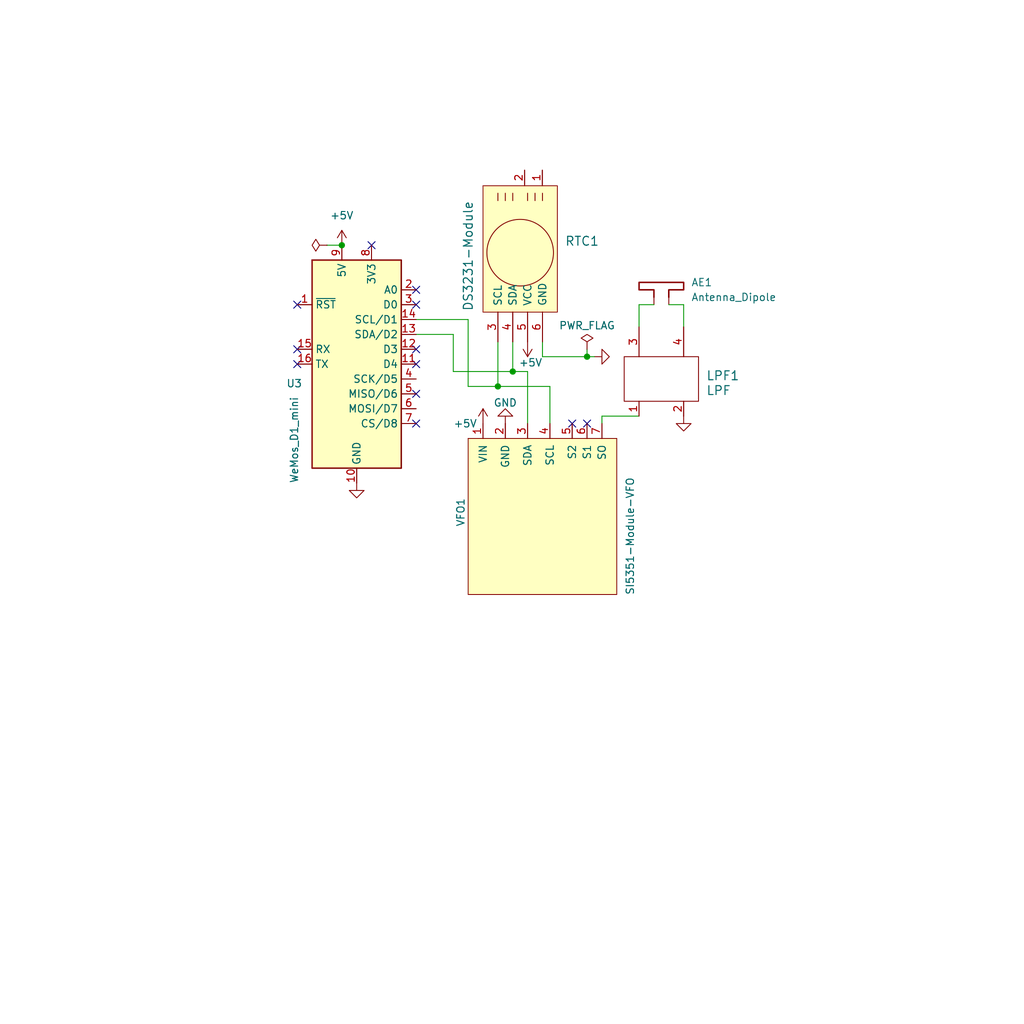
<source format=kicad_sch>
(kicad_sch (version 20230121) (generator eeschema)
  (paper "User" 175.006 175.006)
  (title_block (title "Easy-Digital-Beacons - Schematic") (date "2023-06-16") (rev "V3") (company "Dhiru Kholia (VU3CER)"))
  (lib_symbols
    (symbol "Control-Board-rescue:SI5351Module_2-VFO-SDR_SSB-rescue-Hack-v1-rescue" (pin_names (offset 1.016))
      (property "Reference" "U" (at 0 0 0))
      (property "Value" "SI5351Module_2-VFO-SDR_SSB-rescue-Hack-v1-rescue" (at 0 0 0))
      (symbol "SI5351Module_2-VFO-SDR_SSB-rescue-Hack-v1-rescue_0_1"
        (rectangle (start -12.7 12.7) (end 13.97 -12.7) (fill (type background)))
      )
      (symbol "SI5351Module_2-VFO-SDR_SSB-rescue-Hack-v1-rescue_1_1"
        (pin input line (at -15.24 -10.16 0) (length 2.54) (name "VIN") (number "1"))
        (pin input line (at -15.24 -6.35 0) (length 2.54) (name "GND") (number "2"))
        (pin input line (at -15.24 -2.54 0) (length 2.54) (name "SDA") (number "3"))
        (pin input line (at -15.24 1.27 0) (length 2.54) (name "SCL") (number "4"))
        (pin output line (at -15.24 5.08 0) (length 2.54) (name "S2") (number "5"))
        (pin output line (at -15.24 7.62 0) (length 2.54) (name "S1") (number "6"))
        (pin output line (at -15.24 10.16 0) (length 2.54) (name "SO") (number "7"))
      )
    )
    (symbol "Device:Antenna_Dipole" (pin_numbers hide) (pin_names (offset 1.016) hide)
      (property "Reference" "AE" (at 1.27 1.27 0))
      (property "Value" "Antenna_Dipole" (at 1.27 0 0))
      (symbol "Antenna_Dipole_0_1"
        (polyline (pts (xy 2.54 -3.81) (xy 2.54 -2.54) (xy 5.08 -2.54) (xy 5.08 -1.27) (xy -2.54 -1.27) (xy -2.54 -2.54) (xy 0 -2.54) (xy 0 -3.81)) (stroke (width 0.254)))
      )
      (symbol "Antenna_Dipole_1_1"
        (pin input line (at 0 -5.08 90) (length 2.54) (name "~") (number "1"))
        (pin input line (at 2.54 -5.08 90) (length 2.54) (name "~") (number "2"))
      )
    )
    (symbol "LPF:LPF" (pin_names (offset 1.016))
      (property "Reference" "LPF1" (at 0.5715 -6.35 90))
      (property "Value" "LPF" (at -1.9685 -6.35 90))
      (symbol "LPF_0_1"
        (rectangle (start -3.81 7.62) (end 3.81 -5.08))
      )
      (symbol "LPF_1_1"
        (pin input line (at -6.35 5.08 0) (length 2.54) (name "") (number "1"))
        (pin power_in line (at -6.35 -2.54 0) (length 2.54) (name "") (number "2"))
        (pin output line (at 8.89 5.08 180) (length 5.08) (name "") (number "3"))
        (pin power_in line (at 8.89 -2.54 180) (length 5.08) (name "") (number "4"))
      )
    )
    (symbol "MCU_Module:WeMos_D1_mini"
      (property "Reference" "U" (at 3.81 19.05 0))
      (property "Value" "WeMos_D1_mini" (at 1.27 -19.05 0))
      (symbol "WeMos_D1_mini_1_1"
        (rectangle (start -7.62 17.78) (end 7.62 -17.78) (stroke (width 0.254)) (fill (type background)))
        (pin input line (at -10.16 10.16 0) (length 2.54) (name "~{RST}") (number "1"))
        (pin power_in line (at 0 -20.32 90) (length 2.54) (name "GND") (number "10"))
        (pin bidirectional line (at 10.16 0 180) (length 2.54) (name "D4") (number "11"))
        (pin bidirectional line (at 10.16 2.54 180) (length 2.54) (name "D3") (number "12"))
        (pin bidirectional line (at 10.16 5.08 180) (length 2.54) (name "SDA/D2") (number "13"))
        (pin bidirectional line (at 10.16 7.62 180) (length 2.54) (name "SCL/D1") (number "14"))
        (pin input line (at -10.16 2.54 0) (length 2.54) (name "RX") (number "15"))
        (pin output line (at -10.16 0 0) (length 2.54) (name "TX") (number "16"))
        (pin input line (at 10.16 12.7 180) (length 2.54) (name "A0") (number "2"))
        (pin bidirectional line (at 10.16 10.16 180) (length 2.54) (name "D0") (number "3"))
        (pin bidirectional line (at 10.16 -2.54 180) (length 2.54) (name "SCK/D5") (number "4"))
        (pin bidirectional line (at 10.16 -5.08 180) (length 2.54) (name "MISO/D6") (number "5"))
        (pin bidirectional line (at 10.16 -7.62 180) (length 2.54) (name "MOSI/D7") (number "6"))
        (pin bidirectional line (at 10.16 -10.16 180) (length 2.54) (name "CS/D8") (number "7"))
        (pin power_out line (at 2.54 20.32 270) (length 2.54) (name "3V3") (number "8"))
        (pin power_in line (at -2.54 20.32 270) (length 2.54) (name "5V") (number "9"))
      )
    )
    (symbol "power:+5V" (power) (pin_names (offset 0))
      (property "Value" "+5V" (at 0 3.556 0))
      (symbol "+5V_0_1"
        (polyline (pts (xy -0.762 1.27) (xy 0 2.54)))
        (polyline (pts (xy 0 0) (xy 0 2.54)))
        (polyline (pts (xy 0 2.54) (xy 0.762 1.27)))
      )
      (symbol "+5V_1_1"
        (pin power_in line (at 0 0 90) (length 0) hide (name "+5V") (number "1"))
      )
    )
    (symbol "power:GND" (power) (pin_names (offset 0))
      (property "Value" "GND" (at 0 -3.81 0))
      (symbol "GND_0_1"
        (polyline (pts (xy 0 0) (xy 0 -1.27) (xy 1.27 -1.27) (xy 0 -2.54) (xy -1.27 -1.27) (xy 0 -1.27)))
      )
      (symbol "GND_1_1"
        (pin power_in line (at 0 0 270) (length 0) hide (name "GND") (number "1"))
      )
    )
    (symbol "power:PWR_FLAG" (power) (pin_numbers hide) (pin_names (offset 0) hide)
      (property "Value" "PWR_FLAG" (at 0 3.81 0))
      (symbol "PWR_FLAG_0_0"
        (pin power_out line (at 0 0 90) (length 0) (name "pwr") (number "1"))
      )
      (symbol "PWR_FLAG_0_1"
        (polyline (pts (xy 0 0) (xy 0 1.27) (xy -1.016 1.905) (xy 0 2.54) (xy 1.016 1.905) (xy 0 1.27)))
      )
    )
    (symbol "rtc_ds3231_inverted:RTC_DS3231_Inverted" (pin_names (offset 1.016))
      (property "Reference" "RTC1" (at -6.6548 -2.0828 0))
      (property "Value" "RTC_DS3231" (at 9.1694 -5.6134 0))
      (symbol "RTC_DS3231_Inverted_0_1"
        (rectangle (start -11.43 7.62) (end 10.16 -5.08) (fill (type background)))
        (polyline (pts (xy -10.16 -2.54) (xy -8.89 -2.54)))
        (polyline (pts (xy -10.16 -1.27) (xy -8.89 -1.27)))
        (polyline (pts (xy -10.16 0) (xy -8.89 0)))
        (polyline (pts (xy -10.16 2.54) (xy -8.89 2.54)))
        (polyline (pts (xy -10.16 3.81) (xy -8.89 3.81)))
        (polyline (pts (xy -10.16 5.08) (xy -8.89 5.08)))
        (circle (center 0 1.27) (radius 5.6896))
      )
      (symbol "RTC_DS3231_Inverted_1_1"
        (pin free line (at -14.097 5.0546 0) (length 2.54) (name "") (number "1"))
        (pin free line (at -14.097 2.032 0) (length 2.54) (name "") (number "2"))
        (pin input line (at 15.24 -2.54 180) (length 5.08) (name "SCL") (number "3"))
        (pin bidirectional line (at 15.24 0 180) (length 5.08) (name "SDA") (number "4"))
        (pin power_in line (at 15.24 2.54 180) (length 5.08) (name "VCC") (number "5"))
        (pin power_in line (at 15.24 5.08 180) (length 5.08) (name "GND") (number "6"))
      )
    )
  )
  (junction (at 100.33 60.96))
  (junction (at 85.09 66.04))
  (junction (at 87.63 63.5))
  (junction (at 58.42 41.91))
  (no_connect (at 71.12 62.23))
  (no_connect (at 97.79 72.39))
  (no_connect (at 100.33 72.39))
  (no_connect (at 50.8 62.23))
  (no_connect (at 63.5 41.91))
  (no_connect (at 71.12 72.39))
  (no_connect (at 71.12 52.07))
  (no_connect (at 71.12 59.69))
  (no_connect (at 71.12 49.53))
  (no_connect (at 50.8 59.69))
  (no_connect (at 71.12 67.31))
  (no_connect (at 50.8 52.07))
  (wire (pts (xy 55.88 41.91) (xy 58.42 41.91)))
  (wire (pts (xy 80.01 54.61) (xy 80.01 66.04)))
  (wire (pts (xy 109.22 55.88) (xy 109.22 52.07)))
  (wire (pts (xy 114.3 52.07) (xy 116.84 52.07)))
  (wire (pts (xy 77.47 63.5) (xy 77.47 57.15)))
  (wire (pts (xy 87.63 58.42) (xy 87.63 63.5)))
  (wire (pts (xy 85.09 66.04) (xy 93.98 66.04)))
  (wire (pts (xy 92.71 58.42) (xy 92.71 60.96)))
  (wire (pts (xy 100.33 59.69) (xy 100.33 60.96)))
  (wire (pts (xy 93.98 66.04) (xy 93.98 72.39)))
  (wire (pts (xy 77.47 63.5) (xy 87.63 63.5)))
  (wire (pts (xy 102.87 71.12) (xy 109.22 71.12)))
  (wire (pts (xy 102.87 71.12) (xy 102.87 72.39)))
  (wire (pts (xy 101.6 60.96) (xy 100.33 60.96)))
  (wire (pts (xy 80.01 66.04) (xy 85.09 66.04)))
  (wire (pts (xy 85.09 58.42) (xy 85.09 66.04)))
  (wire (pts (xy 71.12 54.61) (xy 80.01 54.61)))
  (wire (pts (xy 100.33 60.96) (xy 92.71 60.96)))
  (wire (pts (xy 87.63 63.5) (xy 90.17 63.5)))
  (wire (pts (xy 109.22 52.07) (xy 111.76 52.07)))
  (wire (pts (xy 90.17 72.39) (xy 90.17 63.5)))
  (wire (pts (xy 116.84 52.07) (xy 116.84 55.88)))
  (wire (pts (xy 77.47 57.15) (xy 71.12 57.15)))
  (symbol (lib_id "Control-Board-rescue:SI5351Module_2-VFO-SDR_SSB-rescue-Hack-v1-rescue") (at 92.71 87.63 270) (unit 1)
    (property "Reference" "VFO1" (at 78.74 85.09 0) (effects (justify left)))
    (property "Value" "SI5351-Module-VFO" (at 107.696 81.534 0) (effects (justify left)))
    (property "Footprint" "Connector_PinSocket_2.54mm:PinSocket_1x07_P2.54mm_Vertical" (effects hide))
  )
  (symbol (lib_id "power:GND") (at 86.36 72.39 180) (unit 1)
    (property "Reference" "#PWR0108" (effects hide))
    (property "Value" "GND" (at 86.36 68.834 0))
  )
  (symbol (lib_id "MCU_Module:WeMos_D1_mini") (at 60.96 62.23 0) (unit 1)
    (property "Reference" "U3" (at 50.292 65.532 0))
    (property "Value" "WeMos_D1_mini" (at 50.292 75.184 90))
    (property "Footprint" "Module:WEMOS_D1_mini_light" (effects hide))
    (property "Datasheet" "https://wiki.wemos.cc/products:d1:d1_mini#documentation" (effects hide))
  )
  (symbol (lib_id "power:GND") (at 60.96 82.55 0) (unit 1)
    (property "Reference" "#PWR0111" (effects hide))
    (property "Value" "GND" (effects hide))
  )
  (symbol (lib_id "power:GND") (at 101.6 60.96 90) (unit 1)
    (property "Reference" "#PWR0104" (effects hide))
    (property "Value" "GND" (effects hide))
  )
  (symbol (lib_id "power:+5V") (at 82.55 72.39 0) (unit 1)
    (property "Reference" "#PWR05" (effects hide))
    (property "Value" "+5V" (at 77.47 72.39 0) (effects (justify left)))
  )
  (symbol (lib_id "power:+5V") (at 58.42 41.91 0) (unit 1)
    (property "Reference" "#PWR08" (effects hide))
    (property "Value" "+5V" (at 58.42 36.83 0))
  )
  (symbol (lib_id "power:PWR_FLAG") (at 100.33 59.69 0) (unit 1)
    (property "Reference" "#FLG0102" (effects hide))
    (property "Value" "PWR_FLAG" (at 100.33 55.626 0))
  )
  (symbol (lib_id "power:GND") (at 116.84 71.12 0) (unit 1)
    (property "Reference" "#PWR01" (effects hide))
    (property "Value" "GND" (effects hide))
  )
  (symbol (lib_id "power:PWR_FLAG") (at 55.88 41.91 90) (unit 1)
    (property "Reference" "#FLG01" (effects hide))
    (property "Value" "PWR_FLAG" (effects hide))
  )
  (symbol (lib_id "Device:Antenna_Dipole") (at 111.76 46.99 0) (unit 1)
    (property "Reference" "AE1" (at 118.11 48.26 0) (effects (justify left)))
    (property "Value" "Antenna_Dipole" (at 118.11 50.8 0) (effects (justify left)))
  )
  (symbol (lib_id "power:+5V") (at 90.17 58.42 180) (unit 1)
    (property "Reference" "#PWR06" (effects hide))
    (property "Value" "+5V" (at 90.678 61.976 0))
  )
  (symbol (lib_id "LPF:LPF") (at 114.3 64.77 90) (unit 1)
    (property "Reference" "LPF1" (at 120.65 64.1985 90) (effects (font (size 1.524 1.524)) (justify right)))
    (property "Value" "LPF" (at 120.65 66.7385 90) (effects (font (size 1.524 1.524)) (justify right)))
    (property "Footprint" "Connector_PinSocket_2.54mm:PinSocket_1x04_P2.54mm_Horizontal" (effects hide))
  )
  (symbol (lib_id "rtc_ds3231_inverted:RTC_DS3231_Inverted") (at 87.63 43.18 270) (unit 1)
    (property "Reference" "RTC1" (at 96.52 41.2115 90) (effects (font (size 1.524 1.524)) (justify left)))
    (property "Value" "DS3231-Module" (at 80.01 34.29 0) (effects (font (size 1.524 1.524)) (justify left)))
    (property "Footprint" "Connector_PinSocket_2.54mm:PinSocket_1x06_P2.54mm_Horizontal" (effects hide))
  )
)
</source>
